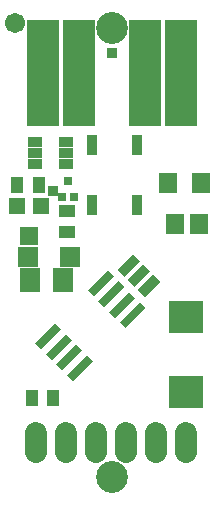
<source format=gts>
G75*
G70*
%OFA0B0*%
%FSLAX24Y24*%
%IPPOS*%
%LPD*%
%AMOC8*
5,1,8,0,0,1.08239X$1,22.5*
%
%ADD10R,0.0277X0.0946*%
%ADD11R,0.0592X0.0710*%
%ADD12R,0.0671X0.0671*%
%ADD13R,0.0710X0.0789*%
%ADD14R,0.0395X0.0552*%
%ADD15C,0.0720*%
%ADD16R,0.0631X0.0710*%
%ADD17R,0.1143X0.1084*%
%ADD18R,0.0380X0.0680*%
%ADD19R,0.0356X0.0749*%
%ADD20C,0.1064*%
%ADD21C,0.0671*%
%ADD22R,0.0552X0.0395*%
%ADD23R,0.0470X0.0352*%
%ADD24R,0.0277X0.0316*%
%ADD25R,0.1080X0.3580*%
%ADD26R,0.0592X0.0592*%
%ADD27R,0.0552X0.0572*%
%ADD28R,0.0356X0.0356*%
D10*
G36*
X002881Y005712D02*
X003077Y005516D01*
X002409Y004848D01*
X002213Y005044D01*
X002881Y005712D01*
G37*
G36*
X003234Y005358D02*
X003430Y005162D01*
X002762Y004494D01*
X002566Y004690D01*
X003234Y005358D01*
G37*
G36*
X002527Y006065D02*
X002723Y005869D01*
X002055Y005201D01*
X001859Y005397D01*
X002527Y006065D01*
G37*
G36*
X002174Y006419D02*
X002370Y006223D01*
X001702Y005555D01*
X001506Y005751D01*
X002174Y006419D01*
G37*
G36*
X003932Y008172D02*
X004128Y007976D01*
X003460Y007308D01*
X003264Y007504D01*
X003932Y008172D01*
G37*
G36*
X004286Y007818D02*
X004482Y007622D01*
X003814Y006954D01*
X003618Y007150D01*
X004286Y007818D01*
G37*
G36*
X004640Y007465D02*
X004836Y007269D01*
X004168Y006601D01*
X003972Y006797D01*
X004640Y007465D01*
G37*
G36*
X004990Y007114D02*
X005186Y006918D01*
X004518Y006250D01*
X004322Y006446D01*
X004990Y007114D01*
G37*
D11*
X006178Y009709D03*
X006966Y009709D03*
D12*
X002661Y008629D03*
X001283Y008629D03*
D13*
X001321Y007849D03*
X002423Y007849D03*
D14*
X001626Y011009D03*
X000917Y011009D03*
X001397Y003909D03*
X002106Y003909D03*
D15*
X001552Y002749D02*
X001552Y002109D01*
X002552Y002109D02*
X002552Y002749D01*
X003552Y002749D02*
X003552Y002109D01*
X004552Y002109D02*
X004552Y002749D01*
X005552Y002749D02*
X005552Y002109D01*
X006552Y002109D02*
X006552Y002749D01*
D16*
X007043Y011089D03*
X005941Y011089D03*
D17*
X006552Y006617D03*
X006552Y004120D03*
D18*
X004891Y010362D03*
X004891Y012362D03*
X003391Y012362D03*
X003391Y010362D03*
D19*
G36*
X004486Y007945D02*
X004234Y008197D01*
X004762Y008725D01*
X005014Y008473D01*
X004486Y007945D01*
G37*
G36*
X004820Y007611D02*
X004568Y007863D01*
X005096Y008391D01*
X005348Y008139D01*
X004820Y007611D01*
G37*
G36*
X005154Y007277D02*
X004902Y007529D01*
X005430Y008057D01*
X005682Y007805D01*
X005154Y007277D01*
G37*
D20*
X004072Y001288D03*
X004072Y016249D03*
D21*
X000843Y016406D03*
D22*
X002572Y010163D03*
X002572Y009454D03*
D23*
X002524Y011714D03*
X002524Y012089D03*
X002524Y012463D03*
X001500Y012463D03*
X001500Y012089D03*
X001500Y011714D03*
D24*
X002415Y010633D03*
X002612Y011144D03*
X002809Y010633D03*
D25*
X002981Y014769D03*
X001763Y014769D03*
X005163Y014769D03*
X006381Y014769D03*
D26*
X001292Y009317D03*
D27*
X001686Y010311D03*
X000898Y010311D03*
D28*
X002092Y010809D03*
X004072Y015409D03*
M02*

</source>
